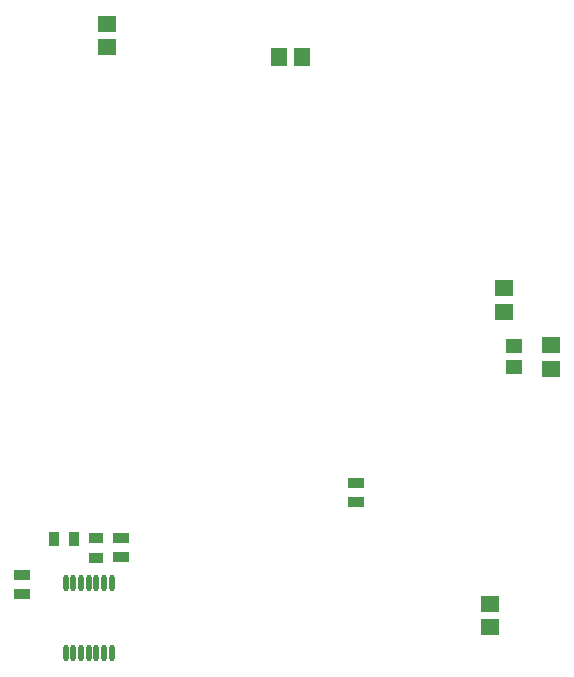
<source format=gbr>
%TF.GenerationSoftware,Altium Limited,Altium Designer,18.0.9 (584)*%
G04 Layer_Color=128*
%FSLAX26Y26*%
%MOIN*%
%TF.FileFunction,Paste,Bot*%
%TF.Part,Single*%
G01*
G75*
%TA.AperFunction,SMDPad,CuDef*%
%ADD10R,0.061024X0.053150*%
%ADD11R,0.053150X0.061024*%
%ADD12R,0.051181X0.033465*%
%ADD14R,0.057087X0.045276*%
%ADD22R,0.033465X0.051181*%
%ADD23R,0.053150X0.037402*%
%ADD49O,0.017716X0.055118*%
D10*
X1822110Y1052480D02*
D03*
Y973740D02*
D03*
X545110Y2906740D02*
D03*
Y2985480D02*
D03*
X2025000Y1835630D02*
D03*
Y1914370D02*
D03*
X1869134Y2024197D02*
D03*
Y2102937D02*
D03*
D11*
X1116764Y2873567D02*
D03*
X1195504D02*
D03*
D12*
X508110Y1271575D02*
D03*
Y1204646D02*
D03*
D14*
X1900000Y1839566D02*
D03*
Y1910432D02*
D03*
D22*
X433575Y1269110D02*
D03*
X366646D02*
D03*
D23*
X260110Y1085614D02*
D03*
Y1148606D02*
D03*
X1374110Y1454606D02*
D03*
Y1391614D02*
D03*
X591110Y1206614D02*
D03*
Y1269606D02*
D03*
D49*
X406929Y1121252D02*
D03*
X432520D02*
D03*
X458110D02*
D03*
X483701D02*
D03*
X509291D02*
D03*
X534882D02*
D03*
X560473D02*
D03*
X406929Y888968D02*
D03*
X432520D02*
D03*
X458110D02*
D03*
X483701D02*
D03*
X509291D02*
D03*
X534882D02*
D03*
X560473D02*
D03*
%TF.MD5,562eeb527d1d2c0ae97a5b5d8516ffd9*%
M02*

</source>
